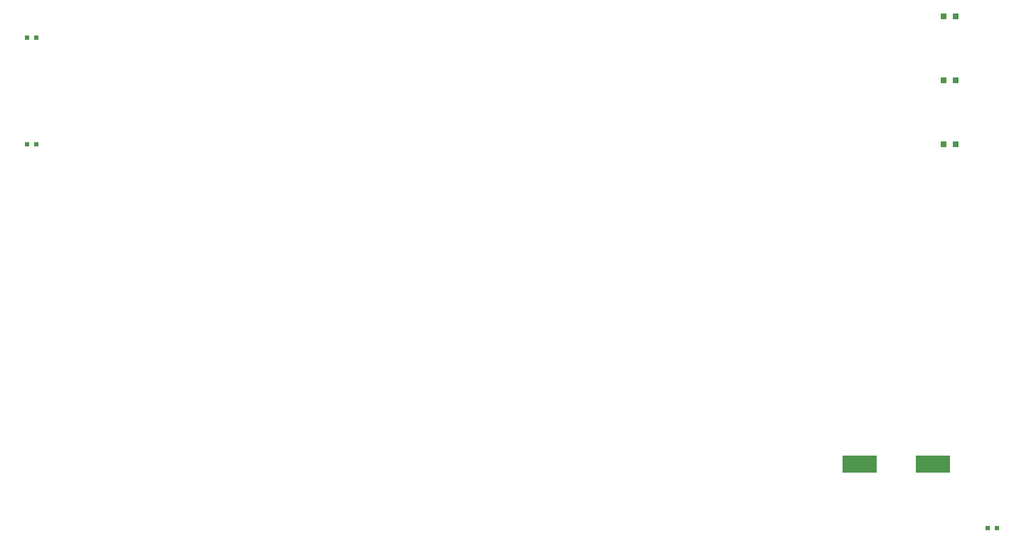
<source format=gbr>
G04 EAGLE Gerber RS-274X export*
G75*
%MOMM*%
%FSLAX34Y34*%
%LPD*%
%INSolderpaste Top*%
%IPPOS*%
%AMOC8*
5,1,8,0,0,1.08239X$1,22.5*%
G01*
%ADD10R,4.100000X2.000000*%
%ADD11R,0.800000X0.800000*%
%ADD12R,0.609600X0.508000*%


D10*
X1036000Y355600D03*
X1123000Y355600D03*
D11*
X1135500Y736600D03*
X1150500Y736600D03*
X1135500Y812800D03*
X1150500Y812800D03*
X1135500Y889000D03*
X1150500Y889000D03*
D12*
X45212Y736600D03*
X56388Y736600D03*
X45212Y863600D03*
X56388Y863600D03*
X1188212Y279400D03*
X1199388Y279400D03*
M02*

</source>
